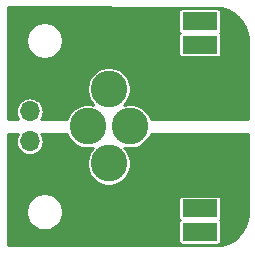
<source format=gbl>
G04 #@! TF.GenerationSoftware,KiCad,Pcbnew,5.1.4+dfsg1-1*
G04 #@! TF.CreationDate,2020-04-13T21:54:57+02:00*
G04 #@! TF.ProjectId,C245_conn,43323435-5f63-46f6-9e6e-2e6b69636164,rev?*
G04 #@! TF.SameCoordinates,Original*
G04 #@! TF.FileFunction,Copper,L2,Bot*
G04 #@! TF.FilePolarity,Positive*
%FSLAX46Y46*%
G04 Gerber Fmt 4.6, Leading zero omitted, Abs format (unit mm)*
G04 Created by KiCad (PCBNEW 5.1.4+dfsg1-1) date 2020-04-13 21:54:57*
%MOMM*%
%LPD*%
G04 APERTURE LIST*
%ADD10R,3.000000X1.500000*%
%ADD11C,3.100000*%
%ADD12O,1.700000X1.700000*%
%ADD13R,1.700000X1.700000*%
%ADD14C,0.254000*%
G04 APERTURE END LIST*
D10*
X105900000Y-107450000D03*
X105900000Y-109450000D03*
X105900000Y-93600000D03*
X105900000Y-91600000D03*
D11*
X101800000Y-97350000D03*
X98200000Y-97350000D03*
X101800000Y-103650000D03*
X98200000Y-103650000D03*
X96400000Y-100500000D03*
X100000000Y-100500000D03*
D12*
X91500000Y-104320000D03*
X91500000Y-101780000D03*
X91500000Y-99240000D03*
D13*
X91500000Y-96700000D03*
D14*
G36*
X90407333Y-101327403D02*
G01*
X90340031Y-101549268D01*
X90317306Y-101780000D01*
X90340031Y-102010732D01*
X90407333Y-102232597D01*
X90516626Y-102437070D01*
X90663709Y-102616291D01*
X90842930Y-102763374D01*
X91047403Y-102872667D01*
X91269268Y-102939969D01*
X91442188Y-102957000D01*
X91557812Y-102957000D01*
X91730732Y-102939969D01*
X91952597Y-102872667D01*
X92157070Y-102763374D01*
X92336291Y-102616291D01*
X92483374Y-102437070D01*
X92592667Y-102232597D01*
X92659969Y-102010732D01*
X92682694Y-101780000D01*
X92659969Y-101549268D01*
X92592667Y-101327403D01*
X92485549Y-101127000D01*
X94628062Y-101127000D01*
X94736624Y-101389093D01*
X94942039Y-101696518D01*
X95203482Y-101957961D01*
X95510907Y-102163376D01*
X95852499Y-102304868D01*
X96215132Y-102377000D01*
X96584868Y-102377000D01*
X96876538Y-102318983D01*
X96742039Y-102453482D01*
X96536624Y-102760907D01*
X96395132Y-103102499D01*
X96323000Y-103465132D01*
X96323000Y-103834868D01*
X96395132Y-104197501D01*
X96536624Y-104539093D01*
X96742039Y-104846518D01*
X97003482Y-105107961D01*
X97310907Y-105313376D01*
X97652499Y-105454868D01*
X98015132Y-105527000D01*
X98384868Y-105527000D01*
X98747501Y-105454868D01*
X99089093Y-105313376D01*
X99396518Y-105107961D01*
X99657961Y-104846518D01*
X99863376Y-104539093D01*
X100004868Y-104197501D01*
X100077000Y-103834868D01*
X100077000Y-103465132D01*
X100004868Y-103102499D01*
X99863376Y-102760907D01*
X99657961Y-102453482D01*
X99523462Y-102318983D01*
X99815132Y-102377000D01*
X100184868Y-102377000D01*
X100547501Y-102304868D01*
X100889093Y-102163376D01*
X101196518Y-101957961D01*
X101457961Y-101696518D01*
X101663376Y-101389093D01*
X101771938Y-101127000D01*
X109948000Y-101127000D01*
X109948000Y-107892561D01*
X109895901Y-108423903D01*
X109743750Y-108927852D01*
X109496615Y-109392647D01*
X109163904Y-109800590D01*
X108758298Y-110136137D01*
X108295231Y-110386516D01*
X107792361Y-110542180D01*
X107261670Y-110597959D01*
X107249761Y-110598000D01*
X89627000Y-110598000D01*
X89627000Y-107594679D01*
X91173000Y-107594679D01*
X91173000Y-107905321D01*
X91233604Y-108209994D01*
X91352481Y-108496989D01*
X91525064Y-108755279D01*
X91744721Y-108974936D01*
X92003011Y-109147519D01*
X92290006Y-109266396D01*
X92594679Y-109327000D01*
X92905321Y-109327000D01*
X93209994Y-109266396D01*
X93496989Y-109147519D01*
X93755279Y-108974936D01*
X93974936Y-108755279D01*
X94147519Y-108496989D01*
X94266396Y-108209994D01*
X94327000Y-107905321D01*
X94327000Y-107594679D01*
X94266396Y-107290006D01*
X94147519Y-107003011D01*
X93974936Y-106744721D01*
X93930215Y-106700000D01*
X104071418Y-106700000D01*
X104071418Y-108200000D01*
X104077732Y-108264103D01*
X104096430Y-108325743D01*
X104126794Y-108382550D01*
X104167657Y-108432343D01*
X104189173Y-108450000D01*
X104167657Y-108467657D01*
X104126794Y-108517450D01*
X104096430Y-108574257D01*
X104077732Y-108635897D01*
X104071418Y-108700000D01*
X104071418Y-110200000D01*
X104077732Y-110264103D01*
X104096430Y-110325743D01*
X104126794Y-110382550D01*
X104167657Y-110432343D01*
X104217450Y-110473206D01*
X104274257Y-110503570D01*
X104335897Y-110522268D01*
X104400000Y-110528582D01*
X107400000Y-110528582D01*
X107464103Y-110522268D01*
X107525743Y-110503570D01*
X107582550Y-110473206D01*
X107632343Y-110432343D01*
X107673206Y-110382550D01*
X107703570Y-110325743D01*
X107722268Y-110264103D01*
X107728582Y-110200000D01*
X107728582Y-108700000D01*
X107722268Y-108635897D01*
X107703570Y-108574257D01*
X107673206Y-108517450D01*
X107632343Y-108467657D01*
X107610827Y-108450000D01*
X107632343Y-108432343D01*
X107673206Y-108382550D01*
X107703570Y-108325743D01*
X107722268Y-108264103D01*
X107728582Y-108200000D01*
X107728582Y-106700000D01*
X107722268Y-106635897D01*
X107703570Y-106574257D01*
X107673206Y-106517450D01*
X107632343Y-106467657D01*
X107582550Y-106426794D01*
X107525743Y-106396430D01*
X107464103Y-106377732D01*
X107400000Y-106371418D01*
X104400000Y-106371418D01*
X104335897Y-106377732D01*
X104274257Y-106396430D01*
X104217450Y-106426794D01*
X104167657Y-106467657D01*
X104126794Y-106517450D01*
X104096430Y-106574257D01*
X104077732Y-106635897D01*
X104071418Y-106700000D01*
X93930215Y-106700000D01*
X93755279Y-106525064D01*
X93496989Y-106352481D01*
X93209994Y-106233604D01*
X92905321Y-106173000D01*
X92594679Y-106173000D01*
X92290006Y-106233604D01*
X92003011Y-106352481D01*
X91744721Y-106525064D01*
X91525064Y-106744721D01*
X91352481Y-107003011D01*
X91233604Y-107290006D01*
X91173000Y-107594679D01*
X89627000Y-107594679D01*
X89627000Y-101127000D01*
X90514451Y-101127000D01*
X90407333Y-101327403D01*
X90407333Y-101327403D01*
G37*
X90407333Y-101327403D02*
X90340031Y-101549268D01*
X90317306Y-101780000D01*
X90340031Y-102010732D01*
X90407333Y-102232597D01*
X90516626Y-102437070D01*
X90663709Y-102616291D01*
X90842930Y-102763374D01*
X91047403Y-102872667D01*
X91269268Y-102939969D01*
X91442188Y-102957000D01*
X91557812Y-102957000D01*
X91730732Y-102939969D01*
X91952597Y-102872667D01*
X92157070Y-102763374D01*
X92336291Y-102616291D01*
X92483374Y-102437070D01*
X92592667Y-102232597D01*
X92659969Y-102010732D01*
X92682694Y-101780000D01*
X92659969Y-101549268D01*
X92592667Y-101327403D01*
X92485549Y-101127000D01*
X94628062Y-101127000D01*
X94736624Y-101389093D01*
X94942039Y-101696518D01*
X95203482Y-101957961D01*
X95510907Y-102163376D01*
X95852499Y-102304868D01*
X96215132Y-102377000D01*
X96584868Y-102377000D01*
X96876538Y-102318983D01*
X96742039Y-102453482D01*
X96536624Y-102760907D01*
X96395132Y-103102499D01*
X96323000Y-103465132D01*
X96323000Y-103834868D01*
X96395132Y-104197501D01*
X96536624Y-104539093D01*
X96742039Y-104846518D01*
X97003482Y-105107961D01*
X97310907Y-105313376D01*
X97652499Y-105454868D01*
X98015132Y-105527000D01*
X98384868Y-105527000D01*
X98747501Y-105454868D01*
X99089093Y-105313376D01*
X99396518Y-105107961D01*
X99657961Y-104846518D01*
X99863376Y-104539093D01*
X100004868Y-104197501D01*
X100077000Y-103834868D01*
X100077000Y-103465132D01*
X100004868Y-103102499D01*
X99863376Y-102760907D01*
X99657961Y-102453482D01*
X99523462Y-102318983D01*
X99815132Y-102377000D01*
X100184868Y-102377000D01*
X100547501Y-102304868D01*
X100889093Y-102163376D01*
X101196518Y-101957961D01*
X101457961Y-101696518D01*
X101663376Y-101389093D01*
X101771938Y-101127000D01*
X109948000Y-101127000D01*
X109948000Y-107892561D01*
X109895901Y-108423903D01*
X109743750Y-108927852D01*
X109496615Y-109392647D01*
X109163904Y-109800590D01*
X108758298Y-110136137D01*
X108295231Y-110386516D01*
X107792361Y-110542180D01*
X107261670Y-110597959D01*
X107249761Y-110598000D01*
X89627000Y-110598000D01*
X89627000Y-107594679D01*
X91173000Y-107594679D01*
X91173000Y-107905321D01*
X91233604Y-108209994D01*
X91352481Y-108496989D01*
X91525064Y-108755279D01*
X91744721Y-108974936D01*
X92003011Y-109147519D01*
X92290006Y-109266396D01*
X92594679Y-109327000D01*
X92905321Y-109327000D01*
X93209994Y-109266396D01*
X93496989Y-109147519D01*
X93755279Y-108974936D01*
X93974936Y-108755279D01*
X94147519Y-108496989D01*
X94266396Y-108209994D01*
X94327000Y-107905321D01*
X94327000Y-107594679D01*
X94266396Y-107290006D01*
X94147519Y-107003011D01*
X93974936Y-106744721D01*
X93930215Y-106700000D01*
X104071418Y-106700000D01*
X104071418Y-108200000D01*
X104077732Y-108264103D01*
X104096430Y-108325743D01*
X104126794Y-108382550D01*
X104167657Y-108432343D01*
X104189173Y-108450000D01*
X104167657Y-108467657D01*
X104126794Y-108517450D01*
X104096430Y-108574257D01*
X104077732Y-108635897D01*
X104071418Y-108700000D01*
X104071418Y-110200000D01*
X104077732Y-110264103D01*
X104096430Y-110325743D01*
X104126794Y-110382550D01*
X104167657Y-110432343D01*
X104217450Y-110473206D01*
X104274257Y-110503570D01*
X104335897Y-110522268D01*
X104400000Y-110528582D01*
X107400000Y-110528582D01*
X107464103Y-110522268D01*
X107525743Y-110503570D01*
X107582550Y-110473206D01*
X107632343Y-110432343D01*
X107673206Y-110382550D01*
X107703570Y-110325743D01*
X107722268Y-110264103D01*
X107728582Y-110200000D01*
X107728582Y-108700000D01*
X107722268Y-108635897D01*
X107703570Y-108574257D01*
X107673206Y-108517450D01*
X107632343Y-108467657D01*
X107610827Y-108450000D01*
X107632343Y-108432343D01*
X107673206Y-108382550D01*
X107703570Y-108325743D01*
X107722268Y-108264103D01*
X107728582Y-108200000D01*
X107728582Y-106700000D01*
X107722268Y-106635897D01*
X107703570Y-106574257D01*
X107673206Y-106517450D01*
X107632343Y-106467657D01*
X107582550Y-106426794D01*
X107525743Y-106396430D01*
X107464103Y-106377732D01*
X107400000Y-106371418D01*
X104400000Y-106371418D01*
X104335897Y-106377732D01*
X104274257Y-106396430D01*
X104217450Y-106426794D01*
X104167657Y-106467657D01*
X104126794Y-106517450D01*
X104096430Y-106574257D01*
X104077732Y-106635897D01*
X104071418Y-106700000D01*
X93930215Y-106700000D01*
X93755279Y-106525064D01*
X93496989Y-106352481D01*
X93209994Y-106233604D01*
X92905321Y-106173000D01*
X92594679Y-106173000D01*
X92290006Y-106233604D01*
X92003011Y-106352481D01*
X91744721Y-106525064D01*
X91525064Y-106744721D01*
X91352481Y-107003011D01*
X91233604Y-107290006D01*
X91173000Y-107594679D01*
X89627000Y-107594679D01*
X89627000Y-101127000D01*
X90514451Y-101127000D01*
X90407333Y-101327403D01*
G36*
X107242359Y-90451980D02*
G01*
X107773902Y-90504099D01*
X108277852Y-90656250D01*
X108742648Y-90903386D01*
X109150590Y-91236095D01*
X109486138Y-91641705D01*
X109736516Y-92104769D01*
X109892180Y-92607637D01*
X109947959Y-93138329D01*
X109948001Y-93150527D01*
X109948001Y-99873000D01*
X101771938Y-99873000D01*
X101663376Y-99610907D01*
X101457961Y-99303482D01*
X101196518Y-99042039D01*
X100889093Y-98836624D01*
X100547501Y-98695132D01*
X100184868Y-98623000D01*
X99815132Y-98623000D01*
X99523462Y-98681017D01*
X99657961Y-98546518D01*
X99863376Y-98239093D01*
X100004868Y-97897501D01*
X100077000Y-97534868D01*
X100077000Y-97165132D01*
X100004868Y-96802499D01*
X99863376Y-96460907D01*
X99657961Y-96153482D01*
X99396518Y-95892039D01*
X99089093Y-95686624D01*
X98747501Y-95545132D01*
X98384868Y-95473000D01*
X98015132Y-95473000D01*
X97652499Y-95545132D01*
X97310907Y-95686624D01*
X97003482Y-95892039D01*
X96742039Y-96153482D01*
X96536624Y-96460907D01*
X96395132Y-96802499D01*
X96323000Y-97165132D01*
X96323000Y-97534868D01*
X96395132Y-97897501D01*
X96536624Y-98239093D01*
X96742039Y-98546518D01*
X96876538Y-98681017D01*
X96584868Y-98623000D01*
X96215132Y-98623000D01*
X95852499Y-98695132D01*
X95510907Y-98836624D01*
X95203482Y-99042039D01*
X94942039Y-99303482D01*
X94736624Y-99610907D01*
X94628062Y-99873000D01*
X92496240Y-99873000D01*
X92592667Y-99692597D01*
X92659969Y-99470732D01*
X92682694Y-99240000D01*
X92659969Y-99009268D01*
X92592667Y-98787403D01*
X92483374Y-98582930D01*
X92336291Y-98403709D01*
X92157070Y-98256626D01*
X91952597Y-98147333D01*
X91730732Y-98080031D01*
X91557812Y-98063000D01*
X91442188Y-98063000D01*
X91269268Y-98080031D01*
X91047403Y-98147333D01*
X90842930Y-98256626D01*
X90663709Y-98403709D01*
X90516626Y-98582930D01*
X90407333Y-98787403D01*
X90340031Y-99009268D01*
X90317306Y-99240000D01*
X90340031Y-99470732D01*
X90407333Y-99692597D01*
X90503760Y-99873000D01*
X89627000Y-99873000D01*
X89627000Y-93094679D01*
X91173000Y-93094679D01*
X91173000Y-93405321D01*
X91233604Y-93709994D01*
X91352481Y-93996989D01*
X91525064Y-94255279D01*
X91744721Y-94474936D01*
X92003011Y-94647519D01*
X92290006Y-94766396D01*
X92594679Y-94827000D01*
X92905321Y-94827000D01*
X93209994Y-94766396D01*
X93496989Y-94647519D01*
X93755279Y-94474936D01*
X93974936Y-94255279D01*
X94147519Y-93996989D01*
X94266396Y-93709994D01*
X94327000Y-93405321D01*
X94327000Y-93094679D01*
X94266396Y-92790006D01*
X94147519Y-92503011D01*
X93974936Y-92244721D01*
X93755279Y-92025064D01*
X93496989Y-91852481D01*
X93209994Y-91733604D01*
X92905321Y-91673000D01*
X92594679Y-91673000D01*
X92290006Y-91733604D01*
X92003011Y-91852481D01*
X91744721Y-92025064D01*
X91525064Y-92244721D01*
X91352481Y-92503011D01*
X91233604Y-92790006D01*
X91173000Y-93094679D01*
X89627000Y-93094679D01*
X89627000Y-90850000D01*
X104071418Y-90850000D01*
X104071418Y-92350000D01*
X104077732Y-92414103D01*
X104096430Y-92475743D01*
X104126794Y-92532550D01*
X104167657Y-92582343D01*
X104189173Y-92600000D01*
X104167657Y-92617657D01*
X104126794Y-92667450D01*
X104096430Y-92724257D01*
X104077732Y-92785897D01*
X104071418Y-92850000D01*
X104071418Y-94350000D01*
X104077732Y-94414103D01*
X104096430Y-94475743D01*
X104126794Y-94532550D01*
X104167657Y-94582343D01*
X104217450Y-94623206D01*
X104274257Y-94653570D01*
X104335897Y-94672268D01*
X104400000Y-94678582D01*
X107400000Y-94678582D01*
X107464103Y-94672268D01*
X107525743Y-94653570D01*
X107582550Y-94623206D01*
X107632343Y-94582343D01*
X107673206Y-94532550D01*
X107703570Y-94475743D01*
X107722268Y-94414103D01*
X107728582Y-94350000D01*
X107728582Y-92850000D01*
X107722268Y-92785897D01*
X107703570Y-92724257D01*
X107673206Y-92667450D01*
X107632343Y-92617657D01*
X107610827Y-92600000D01*
X107632343Y-92582343D01*
X107673206Y-92532550D01*
X107703570Y-92475743D01*
X107722268Y-92414103D01*
X107728582Y-92350000D01*
X107728582Y-90850000D01*
X107722268Y-90785897D01*
X107703570Y-90724257D01*
X107673206Y-90667450D01*
X107632343Y-90617657D01*
X107582550Y-90576794D01*
X107525743Y-90546430D01*
X107464103Y-90527732D01*
X107400000Y-90521418D01*
X104400000Y-90521418D01*
X104335897Y-90527732D01*
X104274257Y-90546430D01*
X104217450Y-90576794D01*
X104167657Y-90617657D01*
X104126794Y-90667450D01*
X104096430Y-90724257D01*
X104077732Y-90785897D01*
X104071418Y-90850000D01*
X89627000Y-90850000D01*
X89627000Y-90405501D01*
X107242359Y-90451980D01*
X107242359Y-90451980D01*
G37*
X107242359Y-90451980D02*
X107773902Y-90504099D01*
X108277852Y-90656250D01*
X108742648Y-90903386D01*
X109150590Y-91236095D01*
X109486138Y-91641705D01*
X109736516Y-92104769D01*
X109892180Y-92607637D01*
X109947959Y-93138329D01*
X109948001Y-93150527D01*
X109948001Y-99873000D01*
X101771938Y-99873000D01*
X101663376Y-99610907D01*
X101457961Y-99303482D01*
X101196518Y-99042039D01*
X100889093Y-98836624D01*
X100547501Y-98695132D01*
X100184868Y-98623000D01*
X99815132Y-98623000D01*
X99523462Y-98681017D01*
X99657961Y-98546518D01*
X99863376Y-98239093D01*
X100004868Y-97897501D01*
X100077000Y-97534868D01*
X100077000Y-97165132D01*
X100004868Y-96802499D01*
X99863376Y-96460907D01*
X99657961Y-96153482D01*
X99396518Y-95892039D01*
X99089093Y-95686624D01*
X98747501Y-95545132D01*
X98384868Y-95473000D01*
X98015132Y-95473000D01*
X97652499Y-95545132D01*
X97310907Y-95686624D01*
X97003482Y-95892039D01*
X96742039Y-96153482D01*
X96536624Y-96460907D01*
X96395132Y-96802499D01*
X96323000Y-97165132D01*
X96323000Y-97534868D01*
X96395132Y-97897501D01*
X96536624Y-98239093D01*
X96742039Y-98546518D01*
X96876538Y-98681017D01*
X96584868Y-98623000D01*
X96215132Y-98623000D01*
X95852499Y-98695132D01*
X95510907Y-98836624D01*
X95203482Y-99042039D01*
X94942039Y-99303482D01*
X94736624Y-99610907D01*
X94628062Y-99873000D01*
X92496240Y-99873000D01*
X92592667Y-99692597D01*
X92659969Y-99470732D01*
X92682694Y-99240000D01*
X92659969Y-99009268D01*
X92592667Y-98787403D01*
X92483374Y-98582930D01*
X92336291Y-98403709D01*
X92157070Y-98256626D01*
X91952597Y-98147333D01*
X91730732Y-98080031D01*
X91557812Y-98063000D01*
X91442188Y-98063000D01*
X91269268Y-98080031D01*
X91047403Y-98147333D01*
X90842930Y-98256626D01*
X90663709Y-98403709D01*
X90516626Y-98582930D01*
X90407333Y-98787403D01*
X90340031Y-99009268D01*
X90317306Y-99240000D01*
X90340031Y-99470732D01*
X90407333Y-99692597D01*
X90503760Y-99873000D01*
X89627000Y-99873000D01*
X89627000Y-93094679D01*
X91173000Y-93094679D01*
X91173000Y-93405321D01*
X91233604Y-93709994D01*
X91352481Y-93996989D01*
X91525064Y-94255279D01*
X91744721Y-94474936D01*
X92003011Y-94647519D01*
X92290006Y-94766396D01*
X92594679Y-94827000D01*
X92905321Y-94827000D01*
X93209994Y-94766396D01*
X93496989Y-94647519D01*
X93755279Y-94474936D01*
X93974936Y-94255279D01*
X94147519Y-93996989D01*
X94266396Y-93709994D01*
X94327000Y-93405321D01*
X94327000Y-93094679D01*
X94266396Y-92790006D01*
X94147519Y-92503011D01*
X93974936Y-92244721D01*
X93755279Y-92025064D01*
X93496989Y-91852481D01*
X93209994Y-91733604D01*
X92905321Y-91673000D01*
X92594679Y-91673000D01*
X92290006Y-91733604D01*
X92003011Y-91852481D01*
X91744721Y-92025064D01*
X91525064Y-92244721D01*
X91352481Y-92503011D01*
X91233604Y-92790006D01*
X91173000Y-93094679D01*
X89627000Y-93094679D01*
X89627000Y-90850000D01*
X104071418Y-90850000D01*
X104071418Y-92350000D01*
X104077732Y-92414103D01*
X104096430Y-92475743D01*
X104126794Y-92532550D01*
X104167657Y-92582343D01*
X104189173Y-92600000D01*
X104167657Y-92617657D01*
X104126794Y-92667450D01*
X104096430Y-92724257D01*
X104077732Y-92785897D01*
X104071418Y-92850000D01*
X104071418Y-94350000D01*
X104077732Y-94414103D01*
X104096430Y-94475743D01*
X104126794Y-94532550D01*
X104167657Y-94582343D01*
X104217450Y-94623206D01*
X104274257Y-94653570D01*
X104335897Y-94672268D01*
X104400000Y-94678582D01*
X107400000Y-94678582D01*
X107464103Y-94672268D01*
X107525743Y-94653570D01*
X107582550Y-94623206D01*
X107632343Y-94582343D01*
X107673206Y-94532550D01*
X107703570Y-94475743D01*
X107722268Y-94414103D01*
X107728582Y-94350000D01*
X107728582Y-92850000D01*
X107722268Y-92785897D01*
X107703570Y-92724257D01*
X107673206Y-92667450D01*
X107632343Y-92617657D01*
X107610827Y-92600000D01*
X107632343Y-92582343D01*
X107673206Y-92532550D01*
X107703570Y-92475743D01*
X107722268Y-92414103D01*
X107728582Y-92350000D01*
X107728582Y-90850000D01*
X107722268Y-90785897D01*
X107703570Y-90724257D01*
X107673206Y-90667450D01*
X107632343Y-90617657D01*
X107582550Y-90576794D01*
X107525743Y-90546430D01*
X107464103Y-90527732D01*
X107400000Y-90521418D01*
X104400000Y-90521418D01*
X104335897Y-90527732D01*
X104274257Y-90546430D01*
X104217450Y-90576794D01*
X104167657Y-90617657D01*
X104126794Y-90667450D01*
X104096430Y-90724257D01*
X104077732Y-90785897D01*
X104071418Y-90850000D01*
X89627000Y-90850000D01*
X89627000Y-90405501D01*
X107242359Y-90451980D01*
M02*

</source>
